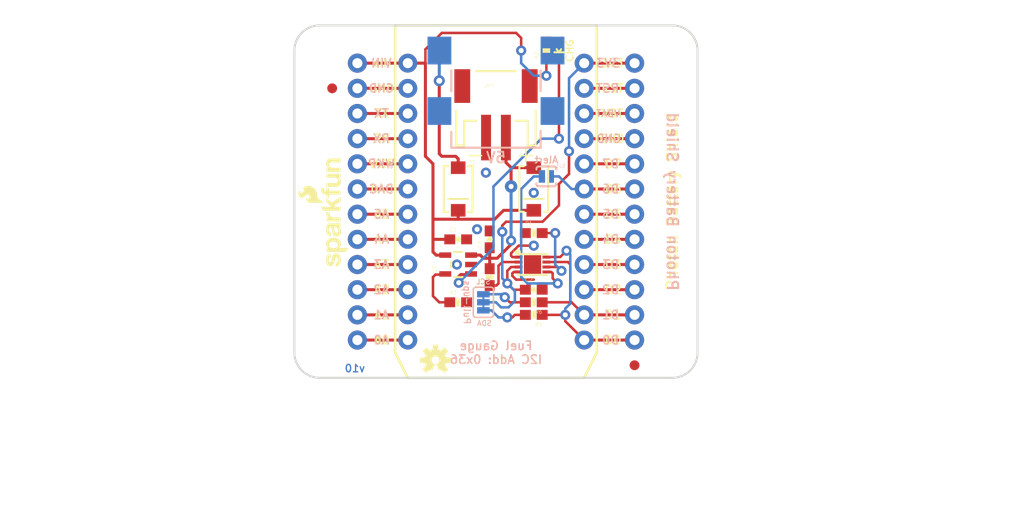
<source format=kicad_pcb>
(kicad_pcb (version 20211014) (generator pcbnew)
  (layers (0 "F.Cu" signal) (31 "B.Cu" signal) (34 "B.Paste" user) (35 "F.Paste" user) (36 "B.SilkS" user "B.Silkscreen") (37 "F.SilkS" user "F.Silkscreen") (38 "B.Mask" user) (39 "F.Mask" user) (44 "Edge.Cuts" user))
  (net 0 "")
  (net 1 "GND")
  (net 2 "VIN")
  (net 3 "N$1")
  (net 4 "N$2")
  (net 5 "N$3")
  (net 6 "VBAT")
  (net 7 "N$5")
  (net 8 "3.3V")
  (net 9 "SDA")
  (net 10 "SCL")
  (net 11 "N$6")
  (net 12 "N$4")
  (net 13 "D6")
  (net 14 "N$8")
  (net 15 "N$7")
  (net 16 "N$9")
  (footprint "boardEagle:SOT23-5" (layer "F.Cu") (at 144.6911 111.3486 90)
    (fp_text reference "U2" (at -0.889 -2.159 90) (layer "F.SilkS") (effects (font (size 0.373888 0.373888) (thickness 0.032512)) (justify left bottom)))
    (fp_text value "MCP73831")
    (pad "1" smd rect (at -0.95 1.3001 90) (size 0.55 1.2) (layers "F.Cu" "F.Paste" "F.Mask") (net 4 "N$2"))
    (pad "2" smd rect (at 0 1.3001 90) (size 0.55 1.2) (layers "F.Cu" "F.Paste" "F.Mask") (net 1 "GND"))
    (pad "3" smd rect (at 0.95 1.3001 90) (size 0.55 1.2) (layers "F.Cu" "F.Paste" "F.Mask") (net 6 "VBAT"))
    (pad "4" smd rect (at 0.95 -1.3001 90) (size 0.55 1.2) (layers "F.Cu" "F.Paste" "F.Mask") (net 2 "VIN"))
    (pad "5" smd rect (at -0.95 -1.3001 90) (size 0.55 1.2) (layers "F.Cu" "F.Paste" "F.Mask") (net 5 "N$3"))
  )
  (footprint "boardEagle:0603-RES" (layer "F.Cu") (at 152.3111 116.4286 180)
    (fp_text reference "R5" (at -0.889 -0.762 180) (layer "F.SilkS") (effects (font (size 0.373888 0.373888) (thickness 0.032512)) (justify right top)))
    (fp_text value "10K")
    (pad "1" smd rect (at -0.85 0 180) (size 1.1 1) (layers "F.Cu" "F.Paste" "F.Mask") (net 9 "SDA"))
    (pad "2" smd rect (at 0.85 0 180) (size 1.1 1) (layers "F.Cu" "F.Paste" "F.Mask") (net 15 "N$7"))
  )
  (footprint "boardEagle:0603-RES" (layer "F.Cu") (at 153.5811 89.7586 90)
    (fp_text reference "R2" (at -0.889 -0.762 90) (layer "F.SilkS") (effects (font (size 0.373888 0.373888) (thickness 0.032512)) (justify left bottom)))
    (fp_text value "330")
    (pad "1" smd rect (at -0.85 0 90) (size 1.1 1) (layers "F.Cu" "F.Paste" "F.Mask") (net 2 "VIN"))
    (pad "2" smd rect (at 0.85 0 90) (size 1.1 1) (layers "F.Cu" "F.Paste" "F.Mask") (net 3 "N$1"))
  )
  (footprint "boardEagle:0603-RES" (layer "F.Cu") (at 147.8661 112.6186 90)
    (fp_text reference "R4" (at -0.889 -0.762 90) (layer "F.SilkS") (effects (font (size 0.373888 0.373888) (thickness 0.032512)) (justify left bottom)))
    (fp_text value "1K")
    (pad "1" smd rect (at -0.85 0 90) (size 1.1 1) (layers "F.Cu" "F.Paste" "F.Mask") (net 7 "N$5"))
    (pad "2" smd rect (at 0.85 0 90) (size 1.1 1) (layers "F.Cu" "F.Paste" "F.Mask") (net 6 "VBAT"))
  )
  (footprint "boardEagle:TDFN-8" (layer "F.Cu") (at 152.1841 111.3486)
    (fp_text reference "U1" (at -2 -1) (layer "F.SilkS") (effects (font (size 0.373888 0.373888) (thickness 0.032512)) (justify left bottom)))
    (fp_text value "MAX1704X")
    (pad "1" smd rect (at -1.4 -0.75) (size 0.8 0.3) (layers "F.Cu") (net 1 "GND"))
    (pad "2" smd rect (at -1.4 -0.25) (size 0.8 0.3) (layers "F.Cu") (net 7 "N$5"))
    (pad "3" smd rect (at -1.4 0.25) (size 0.8 0.3) (layers "F.Cu") (net 8 "3.3V"))
    (pad "4" smd rect (at -1.4 0.75) (size 0.8 0.3) (layers "F.Cu") (net 1 "GND"))
    (pad "5" smd rect (at 1.4 0.75) (size 0.8 0.3) (layers "F.Cu") (net 12 "N$4"))
    (pad "6" smd rect (at 1.4 0.25) (size 0.8 0.3) (layers "F.Cu") (net 11 "N$6"))
    (pad "7" smd rect (at 1.4 -0.25) (size 0.8 0.3) (layers "F.Cu") (net 10 "SCL"))
    (pad "8" smd rect (at 1.4 -0.75) (size 0.8 0.3) (layers "F.Cu") (net 9 "SDA"))
    (pad "EP" smd rect (at 0 0) (size 1.73 1.88) (layers "F.Cu") (net 1 "GND"))
  )
  (footprint "boardEagle:JST-2-SMD" (layer "F.Cu") (at 148.5011 94.8386)
    (fp_text reference "JP2" (at -1.27 -1.27) (layer "F.SilkS") (effects (font (size 0.373888 0.373888) (thickness 0.032512)) (justify left bottom)))
    (fp_text value "")
    (fp_text user "+" (at 1.905 6.35) (layer "F.SilkS") (effects (font (size 1.63576 1.63576) (thickness 0.14224)) (justify left bottom)))
    (fp_text user "-" (at -3.175 6.35) (layer "F.SilkS") (effects (font (size 1.63576 1.63576) (thickness 0.14224)) (justify left bottom)))
    (pad "1" smd rect (at -1 3.7) (size 1 4.6) (layers "F.Cu" "F.Paste" "F.Mask") (net 1 "GND"))
    (pad "2" smd rect (at 1 3.7) (size 1 4.6) (layers "F.Cu" "F.Paste" "F.Mask") (net 6 "VBAT"))
    (pad "NC1" smd rect (at -3.4 -1.5 90) (size 3.4 1.6) (layers "F.Cu" "F.Paste" "F.Mask"))
    (pad "NC2" smd rect (at 3.4 -1.5 90) (size 3.4 1.6) (layers "F.Cu" "F.Paste" "F.Mask"))
  )
  (footprint "boardEagle:SMA-DIODE" (layer "F.Cu") (at 152.3111 103.7286 -90)
    (fp_text reference "D3" (at -2.286 -1.651 -90) (layer "F.SilkS") (effects (font (size 0.373888 0.373888) (thickness 0.032512)) (justify left bottom)))
    (fp_text value "MBRA140")
    (pad "A" smd rect (at -2.15 0 90) (size 1.27 1.47) (layers "F.Cu" "F.Paste" "F.Mask") (net 6 "VBAT"))
    (pad "C" smd rect (at 2.15 0 270) (size 1.27 1.47) (layers "F.Cu" "F.Paste" "F.Mask") (net 2 "VIN"))
  )
  (footprint "boardEagle:SPARK_PHOTON_TEMPLATE_WIDE" (layer "F.Cu") (at 138.3411 122.7786)
    (fp_text reference "JP3" hide)
    (fp_text value "SPARK_PHOTONTEMPLATE_WIDE" hide)
    (fp_text user "A4" (at -1.397 -13.97) (layer "B.SilkS") (effects (font (size 0.8636 0.8636) (thickness 0.1524)) (justify mirror)))
    (fp_text user "D6" (at 21.717 -19.05) (layer "B.SilkS") (effects (font (size 0.8636 0.8636) (thickness 0.1524)) (justify mirror)))
    (fp_text user "D5" (at 21.717 -16.51) (layer "B.SilkS") (effects (font (size 0.8636 0.8636) (thickness 0.1524)) (justify mirror)))
    (fp_text user "RST" (at 21.3995 -29.21) (layer "B.SilkS") (effects (font (size 0.8636 0.8636) (thickness 0.1524)) (justify mirror)))
    (fp_text user "VIN" (at -1.397 -31.75) (layer "B.SilkS") (effects (font (size 0.8636 0.8636) (thickness 0.1524)) (justify mirror)))
    (fp_text user "D0" (at 21.717 -3.81) (layer "B.SilkS") (effects (font (size 0.8636 0.8636) (thickness 0.1524)) (justify mirror)))
    (fp_text user "D7" (at 21.717 -21.59) (layer "B.SilkS") (effects (font (size 0.8636 0.8636) (thickness 0.1524)) (justify mirror)))
    (fp_text user "D1" (at 21.717 -6.35) (layer "B.SilkS") (effects (font (size 0.8636 0.8636) (thickness 0.1524)) (justify mirror)))
    (fp_text user "DAC" (at -1.397 -19.05) (layer "B.SilkS") (effects (font (size 0.8636 0.8636) (thickness 0.1524)) (justify mirror)))
    (fp_text user "A0" (at -1.397 -3.81) (layer "B.SilkS") (effects (font (size 0.8636 0.8636) (thickness 0.1524)) (justify mirror)))
    (fp_text user "RX" (at -1.397 -24.13) (layer "B.SilkS") (effects (font (size 0.8636 0.8636) (thickness 0.1524)) (justify mirror)))
    (fp_text user "TX" (at -1.397 -26.67) (layer "B.SilkS") (effects (font (size 0.8636 0.8636) (thickness 0.1524)) (justify mirror)))
    (fp_text user "VBAT" (at 21.463 -26.67) (layer "B.SilkS") (effects (font (size 0.69088 0.69088) (thickness 0.12192)) (justify mirror)))
    (fp_text user "GND" (at 21.5265 -24.13) (layer "B.SilkS") (effects (font (size 0.82042 0.82042) (thickness 0.14478)) (justify mirror)))
    (fp_text user "3V3" (at 21.463 -31.75) (layer "B.SilkS") (effects (font (size 0.8636 0.8636) (thickness 0.1524)) (justify mirror)))
    (fp_text user "D3" (at 21.717 -11.43) (layer "B.SilkS") (effects (font (size 0.8636 0.8636) (thickness 0.1524)) (justify mirror)))
    (fp_text user "GND" (at -1.397 -29.21) (layer "B.SilkS") (effects (font (size 0.82042 0.82042) (thickness 0.14478)) (justify mirror)))
    (fp_text user "A3" (at -1.397 -11.43) (layer "B.SilkS") (effects (font (size 0.8636 0.8636) (thickness 0.1524)) (justify mirror)))
    (fp_text user "D4" (at 21.717 -13.97) (layer "B.SilkS") (effects (font (size 0.8636 0.8636) (thickness 0.1524)) (justify mirror)))
    (fp_text user "WKP" (at -1.397 -21.59) (layer "B.SilkS") (effects (font (size 0.8636 0.8636) (thickness 0.1524)) (justify mirror)))
    (fp_text user "A2" (at -1.397 -8.89) (layer "B.SilkS") (effects (font (size 0.8636 0.8636) (thickness 0.1524)) (justify mirror)))
    (fp_text user "D2" (at 21.717 -8.89) (layer "B.SilkS") (effects (font (size 0.8636 0.8636) (thickness 0.1524)) (justify mirror)))
    (fp_text user "A5" (at -1.397 -16.51) (layer "B.SilkS") (effects (font (size 0.8636 0.8636) (thickness 0.1524)) (justify mirror)))
    (fp_text user "A1" (at -1.397 -6.35) (layer "B.SilkS") (effects (font (size 0.8636 0.8636) (thickness 0.1524)) (justify mirror)))
    (fp_text user "A3" (at -1.3335 -11.43) (layer "F.SilkS") (effects (font (size 0.8636 0.8636) (thickness 0.1524))))
    (fp_text user "D0" (at 21.971 -3.81) (layer "F.SilkS") (effects (font (size 0.8636 0.8636) (thickness 0.1524))))
    (fp_text user "RX" (at -1.3335 -24.13) (layer "F.SilkS") (effects (font (size 0.8636 0.8636) (thickness 0.1524))))
    (fp_text user "A0" (at -1.3335 -3.81) (layer "F.SilkS") (effects (font (size 0.8636 0.8636) (thickness 0.1524))))
    (fp_text user "A1" (at -1.3335 -6.35) (layer "F.SilkS") (effects (font (size 0.8636 0.8636) (thickness 0.1524))))
    (fp_text user "D7" (at 21.971 -21.59) (layer "F.SilkS") (effects (font (size 0.8636 0.8636) (thickness 0.1524))))
    (fp_text user "VBT" (at 21.9075 -26.67) (layer "F.SilkS") (effects (font (size 0.82042 0.82042) (thickness 0.14478))))
    (fp_text user "GND" (at -1.3335 -29.21) (layer "F.SilkS") (effects (font (size 0.82042 0.82042) (thickness 0.14478))))
    (fp_text user "A4" (at -1.3335 -13.97) (layer "F.SilkS") (effects (font (size 0.8636 0.8636) (thickness 0.1524))))
    (fp_text user "D5" (at 21.971 -16.51) (layer "F.SilkS") (effects (font (size 0.8636 0.8636) (thickness 0.1524))))
    (fp_text user "GND" (at 21.844 -24.13) (layer "F.SilkS") (effects (font (size 0.82042 0.82042) (thickness 0.14478))))
    (fp_text user "D2" (at 21.971 -8.89) (layer "F.SilkS") (effects (font (size 0.8636 0.8636) (thickness 0.1524))))
    (fp_text user "A2" (at -1.3335 -8.89) (layer "F.SilkS") (effects (font (size 0.8636 0.8636) (thickness 0.1524))))
    (fp_text user "DAC" (at -1.3335 -19.05) (layer "F.SilkS") (effects (font (size 0.82042 0.82042) (thickness 0.14478))))
    (fp_text user "D1" (at 21.971 -6.35) (layer "F.SilkS") (effects (font (size 0.8636 0.8636) (thickness 0.1524))))
    (fp_text user "RST" (at 21.9075 -29.21) (layer "F.SilkS") (effects (font (size 0.82042 0.82042) (thickness 0.14478))))
    (fp_text user "D3" (at 21.971 -11.43) (layer "F.SilkS") (effects (font (size 0.8636 0.8636) (thickness 0.1524))))
    (fp_text user "WKP" (at -1.3335 -21.59) (layer "F.SilkS") (effects (font (size 0.82042 0.82042) (thickness 0.14478))))
    (fp_text user "D4" (at 21.971 -13.97) (layer "F.SilkS") (effects (font (size 0.8636 0.8636) (thickness 0.1524))))
    (fp_text user "TX" (at -1.3335 -26.67) (layer "F.SilkS") (effects (font (size 0.8636 0.8636) (thickness 0.1524))))
    (fp_text user "VIN" (at -1.3335 -31.75) (layer "F.SilkS") (effects (font (size 0.82042 0.82042) (thickness 0.14478))))
    (fp_text user "3V3" (at 21.844 -31.75) (layer "F.SilkS") (effects (font (size 0.82042 0.82042) (thickness 0.14478))))
    (fp_text user "A5" (at -1.3335 -16.51) (layer "F.SilkS") (effects (font (size 0.8636 0.8636) (thickness 0.1524))))
    (fp_text user "D6" (at 21.971 -19.05) (layer "F.SilkS") (effects (font (size 0.8636 0.8636) (thickness 0.1524))))
    (fp_line (start 19.05 -19.05) (end 24.13 -19.05) (layer "F.Cu") (width 0.3048))
    (fp_line (start 19.05 -3.81) (end 24.13 -3.81) (layer "F.Cu") (width 0.3048))
    (fp_line (start 19.05 -21.59) (end 24.13 -21.59) (layer "F.Cu") (width 0.3048))
    (fp_line (start -3.81 -21.59) (end 1.27 -21.59) (layer "F.Cu") (width 0.3048))
    (fp_line (start 19.05 -13.97) (end 24.13 -13.97) (layer "F.Cu") (width 0.3048))
    (fp_line (start 19.05 -29.21) (end 24.13 -29.21) (layer "F.Cu") (width 0.3048))
    (fp_line (start 19.05 -6.35) (end 24.13 -6.35) (layer "F.Cu") (width 0.3048))
    (fp_line (start 19.05 -31.75) (end 24.13 -31.75) (layer "F.Cu") (width 0.3048))
    (fp_line (start -3.81 -3.81) (end 1.27 -3.81) (layer "F.Cu") (width 0.3048))
    (fp_line (start 19.05 -26.67) (end 24.13 -26.67) (layer "F.Cu") (width 0.3048))
    (fp_line (start -3.81 -13.97) (end 1.27 -13.97) (layer "F.Cu") (width 0.3048))
    (fp_line (start -3.81 -26.67) (end 1.27 -26.67) (layer "F.Cu") (width 0.3048))
    (fp_line (start 1.27 -29.21) (end -3.81 -29.21) (layer "F.Cu") (width 0.3048))
    (fp_line (start -3.81 -6.35) (end 1.27 -6.35) (layer "F.Cu") (width 0.3048))
    (fp_line (start 19.05 -8.89) (end 24.13 -8.89) (layer "F.Cu") (width 0.3048))
    (fp_line (start -3.81 -11.43) (end 1.27 -11.43) (layer "F.Cu") (width 0.3048))
    (fp_line (start -3.81 -31.75) (end 1.27 -31.75) (layer "F.Cu") (width 0.3048))
    (fp_line (start 19.05 -11.43) (end 24.13 -11.43) (layer "F.Cu") (width 0.3048))
    (fp_line (start -3.81 -19.05) (end 1.27 -19.05) (layer "F.Cu") (width 0.3048))
    (fp_line (start 19.05 -16.51) (end 24.13 -16.51) (layer "F.Cu") (width 0.3048))
    (fp_line (start -3.81 -8.89) (end 1.27 -8.89) (layer "F.Cu") (width 0.3048))
    (fp_line (start -3.81 -24.13) (end 1.27 -24.13) (layer "F.Cu") (width 0.3048))
    (fp_line (start -3.81 -16.51) (end 1.27 -16.51) (layer "F.Cu") (width 0.3048))
    (fp_line (start 19.05 -24.13) (end 24.13 -24.13) (layer "F.Cu") (width 0.3048))
    (pad "" np_thru_hole circle (at 27.94 -2.54) (size 3.302 3.302) (drill 3.302) (layers *.Cu *.Mask))
    (pad "" np_thru_hole circle (at -7.62 -2.54) (size 3.302 3.302) (drill 3.302) (layers *.Cu *.Mask))
    (pad "" np_thru_hole circle (at -7.62 -33.02) (size 3.302 3.302) (drill 3.302) (layers *.Cu *.Mask))
    (pad "" np_thru_hole circle (at 27.94 -33.02) (size 3.302 3.302) (drill 3.302) (layers *.Cu *.Mask))
    (pad "1" thru_hole circle (at 1.27 -31.75) (size 1.905 1.905) (drill 1.016) (layers *.Cu *.Mask) (net 2 "VIN"))
    (pad "2" thru_hole circle (at 1.27 -29.21) (size 1.905 1.905) (drill 1.016) (layers *.Cu *.Mask) (net 1 "GND"))
    (pad "3" thru_hole circle (at 1.27 -26.67) (size 1.905 1.905) (drill 1.016) (layers *.Cu *.Mask))
    (pad "3V3" thru_hole circle (at 24.13 -31.75 0.1) (size 1.9304 1.9304) (drill 1.016) (layers *.Cu *.Mask) (net 8 "3.3V"))
    (pad "4" thru_hole circle (at 1.27 -24.13) (size 1.905 1.905) (drill 1.016) (layers *.Cu *.Mask))
    (pad "5" thru_hole circle (at 1.27 -21.59) (size 1.905 1.905) (drill 1.016) (layers *.Cu *.Mask))
    (pad "6" thru_hole circle (at 1.27 -19.05) (size 1.905 1.905) (drill 1.016) (layers *.Cu *.Mask))
    (pad "7" thru_hole circle (at 1.27 -16.51) (size 1.905 1.905) (drill 1.016) (layers *.Cu *.Mask))
    (pad "8" thru_hole circle (at 1.27 -13.97) (size 1.905 1.905) (drill 1.016) (layers *.Cu *.Mask))
    (pad "9" thru_hole circle (at 1.27 -11.43) (size 1.905 1.905) (drill 1.016) (layers *.Cu *.Mask))
    (pad "10" thru_hole circle (at 1.27 -8.89) (size 1.905 1.905) (drill 1.016) (layers *.Cu *.Mask))
    (pad "11" thru_hole circle (at 1.27 -6.35) (size 1.905 1.905) (drill 1.016) (layers *.Cu *.Mask))
    (pad "12" thru_hole circle (at 1.27 -3.81) (size 1.905 1.905) (drill 1.016) (layers *.Cu *.Mask))
    (pad "13" thru_hole circle (at 19.05 -3.81) (size 1.905 1.905) (drill 1.016) (layers *.Cu *.Mask) (net 9 "SDA"))
    (pad "14" thru_hole circle (at 19.05 -6.35) (size 1.905 1.905) (drill 1.016) (layers *.Cu *.Mask) (net 10 "SCL"))
    (pad "15" thru_hole circle (at 19.05 -8.89) (size 1.905 1.905) (drill 1.016) (layers *.Cu *.Mask))
    (pad "16" thru_hole circle (at 19.05 -11.43) (size 1.905 1.905) (drill 1.016) (layers *.Cu *.Mask))
    (pad "17" thru_hole circle (at 19.05 -13.97) (size 1.905 1.905) (drill 1.016) (layers *.Cu *.Mask))
    (pad "18" thru_hole circle (at 19.05 -16.51) (size 1.905 1.905) (drill 1.016) (layers *.Cu *.Mask))
    (pad "19" thru_hole circle (at 19.05 -19.05) (size 1.905 1.905) (drill 1.016) (layers *.Cu *.Mask) (net 13 "D6"))
    (pad "20" thru_hole circle (at 19.05 -21.59) (size 1.905 1.905) (drill 1.016) (layers *.Cu *.Mask))
    (pad "21" thru_hole circle (at 19.05 -24.13) (size 1.905 1.905) (drill 1.016) (layers *.Cu *.Mask) (net 1 "GND"))
    (pad "22" thru_hole circle (at 19.05 -26.67) (size 1.905 1.905) (drill 1.016) (layers *.Cu *.Mask))
    (pad "23" thru_hole circle (at 19.05 -29.21) (size 1.905 1.905) (drill 1.016) (layers *.Cu *.Mask))
    (pad "24" thru_hole circle (at 19.05 -31.75) (size 1.905 1.905) (drill 1.016) (layers *.Cu *.Mask) (net 8 "3.3V"))
    (pad "A0" thru_hole circle (at -3.81 -3.81 0.1) (size 1.9304 1.9304) (drill 1.016) (layers *.Cu *.Mask))
    (pad "A1" thru_hole circle (at -3.81 -6.35 0.1) (size 1.9304 1.9304) (drill 1.016) (layers *.Cu *.Mask))
    (pad "A2" thru_hole circle (at -3.81 -8.89 0.1) (size 1.9304 1.9304) (drill 1.016) (layers *.Cu *.Mask))
    (pad "A3" thru_hole circle (at -3.81 -11.43 0.1) (size 1.9304 1.9304) (drill 1.016) (layers *.Cu *.Mask))
    (pad "A4" thru_hole circle (at -3.81 -13.97 0.1) (size 1.9304 1.9304) (drill 1.016) (layers *.Cu *.Mask))
    (pad "A5" thru_hole circle (at -3.81 -16.51 0.1) (size 1.9304 1.9304) (drill 1.016) (layers *.Cu *.Mask))
    (pad "D0" thru_hole circle (at 24.13 -3.81 0.1) (size 1.9304 1.9304) (drill 1.016) (layers *.Cu *.Mask) (net 9 "SDA"))
    (pad "D1" thru_hole circle (at 24.13 -6.35 0.1) (size 1.9304 1.9304) (drill 1.016) (layers *.Cu *.Mask) (net 10 "SCL"))
    (pad "D2" thru_hole circle (at 24.13 -8.89 0.1) (size 1.9304 1.9304) (drill 1.016) (layers *.Cu *.Mask))
    (pad "D3" thru_hole circle (at 24.13 -11.43 0.1) (size 1.9304 1.9304) (drill 1.016) (layers *.Cu *.Mask))
    (pad "D4" thru_hole circle (at 24.13 -13.97 0.1) (size 1.9304 1.9304) (drill 1.016) (layers *.Cu *.Mask))
    (pad "D5" thru_hole circle (at 24.13 -16.51 0.1) (size 1.9304 1.9304) (drill 1.016) (layers *.Cu *.Mask))
    (pad "D6" thru_hole circle (at 24.13 -19.05 0.1) (size 1.9304 1.9304) (drill 1.016) (layers *.Cu *.Mask) (net 13 "D6"))
    (pad "D7" thru_hole circle (at 24.13 -21.59 0.1) (size 1.9304 1.9304) (drill 1.016) (layers *.Cu *.Mask))
    (pad "DAC" thru_hole circle (at -3.81 -19.05 0.1) (size 1.9304 1.9304) (drill 1.016) (layers *.Cu *.Mask))
    (pad "GND@0" thru_hole circle (at -3.81 -29.21 0.1) (size 1.9304 1.9304) (drill 1.016) (layers *.Cu *.Mask) (net 1 "GND"))
    (pad "GND@2" thru_hole circle (at 24.13 -24.13 0.1) (size 1.9304 1.9304) (drill 1.016) (layers *.Cu *.Mask) (net 1 "GND"))
    (pad "RST" thru_hole circle (at 24.13 -29.21 0.1) (size 1.9304 1.9304) (drill 1.016) (layers *.Cu *.Mask))
    (pad "RX" thru_hole circle (at -3.81 -24.13 0.1) (size 1.9304 1.9304) (drill 1.016) (layers *.Cu *.Mask))
    (pad "TX" thru_hole circle (at -3.81 -26.67 0.1) (size 1.9304 1.9304) (drill 1.016) (layers *.Cu *.Mask))
    (pad "VBAT" thru_hole circle (at 24.13 -26.67 0.1) (size 1.9304 1.9304) (drill 1.016) (layers *.Cu *.Mask))
    (pad "VIN" thru_hole circle (at -3.81 -31.75 0.1) (size 1.9304 1.9304) (drill 1.016) (layers *.Cu *.Mask) (net 2 "VIN"))
    (pad "WKP" thru_hole circle (at -3.81 -21.59 0.1) (size 1.9304 1.9304) (drill 1.016) (layers *.Cu *.Mask))
  )
  (footprint "boardEagle:0603-RES" (layer "F.Cu") (at 144.6911 115.1586)
    (fp_text reference "R3" (at -0.889 -0.762) (layer "F.SilkS") (effects (font (size 0.373888 0.373888) (thickness 0.032512)) (justify left bottom)))
    (fp_text value "2.0k")
    (pad "1" smd rect (at -0.85 0) (size 1.1 1) (layers "F.Cu" "F.Paste" "F.Mask") (net 5 "N$3"))
    (pad "2" smd rect (at 0.85 0) (size 1.1 1) (layers "F.Cu" "F.Paste" "F.Mask") (net 1 "GND"))
  )
  (footprint "boardEagle:SMA-DIODE" (layer "F.Cu") (at 144.6911 103.7286 -90)
    (fp_text reference "D1" (at -2.286 -1.651 -90) (layer "F.SilkS") (effects (font (size 0.373888 0.373888) (thickness 0.032512)) (justify left bottom)))
    (fp_text value "MBRA140")
    (pad "A" smd rect (at -2.15 0 90) (size 1.27 1.47) (layers "F.Cu" "F.Paste" "F.Mask") (net 14 "N$8"))
    (pad "C" smd rect (at 2.15 0 270) (size 1.27 1.47) (layers "F.Cu" "F.Paste" "F.Mask") (net 2 "VIN"))
  )
  (footprint "boardEagle:CREATIVE_COMMONS" (layer "F.Cu") (at 118.824144 138.0186)
    (fp_text reference "FRAME1" hide)
    (fp_text value "" hide)
  )
  (footprint "boardEagle:0603-CAP" (layer "F.Cu") (at 147.8661 108.8086 90)
    (fp_text reference "C3" (at -0.889 -0.762 90) (layer "F.SilkS") (effects (font (size 0.373888 0.373888) (thickness 0.032512)) (justify left bottom)))
    (fp_text value "4.7uF")
    (pad "1" smd rect (at -0.85 0 90) (size 1.1 1) (layers "F.Cu" "F.Paste" "F.Mask") (net 6 "VBAT"))
    (pad "2" smd rect (at 0.85 0 90) (size 1.1 1) (layers "F.Cu" "F.Paste" "F.Mask") (net 1 "GND"))
  )
  (footprint "boardEagle:FIDUCIAL-1X2" (layer "F.Cu") (at 131.9911 93.5686)
    (fp_text reference "FID2" hide)
    (fp_text value "FIDUCIAL1X2" hide)
    (pad "1" smd roundrect (at 0 0) (size 1 1) (layers "F.Cu" "F.Mask") (roundrect_rratio 0.5))
  )
  (footprint "boardEagle:LED-0603" (layer "F.Cu") (at 154.8511 89.7586 180)
    (fp_text reference "D2" (at -0.6985 0.889 270) (layer "F.SilkS") (effects (font (size 0.373888 0.373888) (thickness 0.032512)) (justify right top)))
    (fp_text value "RED")
    (pad "A" smd roundrect (at 0 0.877 180) (size 1 1) (layers "F.Cu" "F.Paste" "F.Mask") (roundrect_rratio 0.15) (net 3 "N$1"))
    (pad "C" smd roundrect (at 0 -0.877 180) (size 1 1) (layers "F.Cu" "F.Paste" "F.Mask") (roundrect_rratio 0.15) (net 4 "N$2"))
  )
  (footprint "boardEagle:0603-CAP" (layer "F.Cu") (at 152.3111 113.8886)
    (fp_text reference "C2" (at -0.889 -0.762) (layer "F.SilkS") (effects (font (size 0.373888 0.373888) (thickness 0.032512)) (justify left bottom)))
    (fp_text value "1.0uF")
    (pad "1" smd rect (at -0.85 0) (size 1.1 1) (layers "F.Cu" "F.Paste" "F.Mask") (net 8 "3.3V"))
    (pad "2" smd rect (at 0.85 0) (size 1.1 1) (layers "F.Cu" "F.Paste" "F.Mask") (net 1 "GND"))
  )
  (footprint "boardEagle:0603-RES" (layer "F.Cu") (at 152.3111 108.1736)
    (fp_text reference "R1" (at -0.889 -0.762) (layer "F.SilkS") (effects (font (size 0.373888 0.373888) (thickness 0.032512)) (justify left bottom)))
    (fp_text value "1K")
    (pad "1" smd rect (at -0.85 0) (size 1.1 1) (layers "F.Cu" "F.Paste" "F.Mask") (net 1 "GND"))
    (pad "2" smd rect (at 0.85 0) (size 1.1 1) (layers "F.Cu" "F.Paste" "F.Mask") (net 11 "N$6"))
  )
  (footprint "boardEagle:FIDUCIAL-1X2" (layer "F.Cu") (at 162.4711 121.5086)
    (fp_text reference "FID1" hide)
    (fp_text value "FIDUCIAL1X2" hide)
    (pad "1" smd roundrect (at 0 0) (size 1 1) (layers "F.Cu" "F.Mask") (roundrect_rratio 0.5))
  )
  (footprint "boardEagle:0603-RES" (layer "F.Cu") (at 152.3111 115.1586 180)
    (fp_text reference "R6" (at -0.889 -0.762 180) (layer "F.SilkS") (effects (font (size 0.373888 0.373888) (thickness 0.032512)) (justify right top)))
    (fp_text value "10K")
    (pad "1" smd rect (at -0.85 0 180) (size 1.1 1) (layers "F.Cu" "F.Paste" "F.Mask") (net 10 "SCL"))
    (pad "2" smd rect (at 0.85 0 180) (size 1.1 1) (layers "F.Cu" "F.Paste" "F.Mask") (net 16 "N$9"))
  )
  (footprint "boardEagle:OSHW-LOGO-S" (layer "F.Cu") (at 142.4051 121.0006)
    (fp_text reference "LOGO2" hide)
    (fp_text value "OSHW-LOGOS" hide)
  )
  (footprint "boardEagle:0603-CAP" (layer "F.Cu") (at 144.6911 108.8086)
    (fp_text reference "C1" (at -0.889 -0.762) (layer "F.SilkS") (effects (font (size 0.373888 0.373888) (thickness 0.032512)) (justify left bottom)))
    (fp_text value "4.7uF")
    (pad "1" smd rect (at -0.85 0) (size 1.1 1) (layers "F.Cu" "F.Paste" "F.Mask") (net 2 "VIN"))
    (pad "2" smd rect (at 0.85 0) (size 1.1 1) (layers "F.Cu" "F.Paste" "F.Mask") (net 1 "GND"))
  )
  (footprint "boardEagle:SFE_LOGO_NAME_FLAME_.1" (layer "F.Cu") (at 133.7691 111.9836 90)
    (fp_text reference "LOGO3" hide)
    (fp_text value "SFE_LOGO_NAME_FLAME.1_INCH" hide)
  )
  (footprint "boardEagle:POWER_JACK_SMD" (layer "B.Cu") (at 148.5011 89.7586 -90)
    (fp_text reference "JP1" hide)
    (fp_text value "5.5x2.1mm Barrel" hide)
    (pad "" np_thru_hole circle (at 0 0 270) (size 2.032 2.032) (drill 2.032) (layers *.Cu *.Mask))
    (pad "" np_thru_hole circle (at 4.572 0 270) (size 2.032 2.032) (drill 2.032) (layers *.Cu *.Mask))
    (pad "GND" smd rect (at 0 -5.7 270) (size 2.8 2.4) (layers "B.Cu" "B.Paste" "B.Mask") (net 1 "GND"))
    (pad "P$4" smd rect (at 6.1 -5.7 270) (size 2.8 2.4) (layers "B.Cu" "B.Paste" "B.Mask") (net 1 "GND"))
    (pad "VIN0" smd rect (at 0 5.7 270) (size 2.8 2.4) (layers "B.Cu" "B.Paste" "B.Mask") (net 14 "N$8"))
    (pad "VIN1" smd rect (at 6.1 5.7 270) (size 2.8 2.4) (layers "B.Cu" "B.Paste" "B.Mask"))
  )
  (footprint "boardEagle:PAD-JUMPER-2-NO_YES_SILK" (layer "B.Cu") (at 153.5811 102.4586 180)
    (fp_text reference "SJ1" (at -0.908 1.27) (layer "B.SilkS") (effects (font (size 0.373888 0.373888) (thickness 0.032512)) (justify right top mirror)))
    (fp_text value "alert")
    (pad "1" smd rect (at -0.45 0 180) (size 0.635 1.27) (layers "B.Cu" "B.Mask") (net 13 "D6"))
    (pad "2" smd rect (at 0.45 0 180) (size 0.635 1.27) (layers "B.Cu" "B.Mask") (net 12 "N$4"))
  )
  (footprint "boardEagle:PAD-JUMPER-3-3OF3_NC_BY_TRACE_YES_SILK_FULL_BOX" (layer "B.Cu") (at 147.2311 115.1586 -90)
    (fp_text reference "SJ2" (at -1.27 1.27 90) (layer "B.SilkS") (effects (font (size 0.373888 0.373888) (thickness 0.032512)) (justify left bottom mirror)))
    (fp_text value "")
    (fp_line (start 0.254 0) (end 1.016 0) (layer "B.Cu") (width 0.2032))
    (fp_line (start -1.016 0) (end -0.254 0) (layer "B.Cu") (width 0.2032))
    (pad "1" smd rect (at -0.8128 0 270) (size 0.635 1.27) (layers "B.Cu" "B.Mask") (net 16 "N$9"))
    (pad "2" smd rect (at 0 0 270) (size 0.635 1.27) (layers "B.Cu" "B.Mask") (net 8 "3.3V"))
    (pad "3" smd rect (at 0.8128 0 270) (size 0.635 1.27) (layers "B.Cu" "B.Mask") (net 15 "N$7"))
  )
  (footprint "boardEagle:PAD.03X.05" (layer "B.Cu") (at 150.0251 103.4746 180)
    (fp_text reference "TP1" hide)
    (fp_text value "TEST-POINT3X5" hide)
    (pad "P$1" smd roundrect (at 0 0 180) (size 1.27 1.27) (layers "B.Cu" "B.Mask") (roundrect_rratio 0.5) (net 6 "VBAT"))
  )
  (gr_arc (start 128.1811 89.7586) (mid 128.925049 87.962549) (end 130.7211 87.2186) (layer "Edge.Cuts") (width 0.2032))
  (gr_line (start 130.7211 87.2186) (end 166.2811 87.2186) (layer "Edge.Cuts") (width 0.2032))
  (gr_arc (start 168.8211 120.2386) (mid 168.077151 122.034651) (end 166.2811 122.7786) (layer "Edge.Cuts") (width 0.2032))
  (gr_arc (start 166.2811 87.2186) (mid 168.077151 87.962549) (end 168.8211 89.7586) (layer "Edge.Cuts") (width 0.2032))
  (gr_line (start 166.2811 122.7786) (end 130.7211 122.7786) (layer "Edge.Cuts") (width 0.2032))
  (gr_line (start 128.1811 120.2386) (end 128.1811 89.7586) (layer "Edge.Cuts") (width 0.2032))
  (gr_arc (start 130.7211 122.7786) (mid 128.925049 122.034651) (end 128.1811 120.2386) (layer "Edge.Cuts") (width 0.2032))
  (gr_line (start 139.6111 122.7886) (end 157.3911 122.7786) (layer "Edge.Cuts") (width 0.2032))
  (gr_line (start 168.8211 120.2386) (end 168.8211 89.7586) (layer "Edge.Cuts") (width 0.2032))
  (gr_text "v10" (at 134.2771 122.2706) (layer "B.Cu") (effects (font (size 0.75565 0.75565) (thickness 0.13335)) (justify bottom mirror)))
  (gr_text "Fuel Gauge\nI2C Add: 0x36" (at 148.5011 120.2386) (layer "B.SilkS") (effects (font (size 0.8636 0.8636) (thickness 0.1524)) (justify mirror)))
  (gr_text "Alert" (at 153.5811 101.1886) (layer "B.SilkS") (effects (font (size 0.69088 0.69088) (thickness 0.12192)) (justify bottom mirror)))
  (gr_text "SDA" (at 148.1201 117.5716) (layer "B.SilkS") (effects (font (size 0.51816 0.51816) (thickness 0.09144)) (justify left bottom mirror)))
  (gr_text "5V" (at 148.5011 101.1886) (layer "B.SilkS") (effects (font (size 1.0795 1.0795) (thickness 0.1905)) (justify bottom mirror)))
  (gr_text "Pull-ups" (at 145.9611 115.1586 -90) (layer "B.SilkS") (effects (font (size 0.6477 0.6477) (thickness 0.1143)) (justify top mirror)))
  (gr_text "Photon Battery Shield" (at 166.2811 104.9986 -90) (layer "B.SilkS") (effects (font (size 1.0795 1.0795) (thickness 0.1905)) (justify mirror)))
  (gr_text "SCL" (at 147.9931 113.3806) (layer "B.SilkS") (effects (font (size 0.51816 0.51816) (thickness 0.09144)) (justify left bottom mirror)))
  (gr_text "Photon Battery Shield" (at 166.2811 104.9986 90) (layer "F.SilkS") (effects (font (size 1.0795 1.0795) (thickness 0.1905))))
  (gr_text "CHG" (at 155.4861 89.7586 90) (layer "F.SilkS") (effects (font (size 0.75565 0.75565) (thickness 0.13335)) (justify top)))
  (segment (start 150.0251 110.2056) (end 150.7871 109.4436) (width 0.254) (layer "F.Cu") (net 1))
  (segment (start 150.2911 112.0986) (end 150.1521 112.2376) (width 0.254) (layer "F.Cu") (net 1))
  (segment (start 150.7841 110.5986) (end 150.1641 110.5986) (width 0.254) (layer "F.Cu") (net 1))
  (segment (start 150.7841 112.0986) (end 150.2911 112.0986) (width 0.254) (layer "F.Cu") (net 1))
  (segment (start 150.5331 112.8726) (end 152.3111 112.8726) (width 0.254) (layer "F.Cu") (net 1))
  (segment (start 150.0251 110.4596) (end 150.0251 110.2056) (width 0.254) (layer "F.Cu") (net 1))
  (segment (start 150.1641 110.5986) (end 150.0251 110.4596) (width 0.254) (layer "F.Cu") (net 1))
  (segment (start 150.1521 112.2376) (end 150.1521 112.4916) (width 0.254) (layer "F.Cu") (net 1))
  (segment (start 150.1521 112.4916) (end 150.5331 112.8726) (width 0.254) (layer "F.Cu") (net 1))
  (segment (start 150.7871 109.4436) (end 152.3111 109.4436) (width 0.254) (layer "F.Cu") (net 1))
  (via (at 144.5641 111.3486) (size 1.016) (drill 0.508) (layers "F.Cu" "B.Cu") (net 1))
  (via (at 147.4851 102.0776) (size 1.016) (drill 0.508) (layers "F.Cu" "B.Cu") (net 1))
  (via (at 146.5961 107.7926) (size 1.016) (drill 0.508) (layers "F.Cu" "B.Cu") (net 1))
  (via (at 152.3111 109.4436) (size 1.016) (drill 0.508) (layers "F.Cu" "B.Cu") (net 1))
  (via (at 152.3111 104.1096) (size 1.016) (drill 0.508) (layers "F.Cu" "B.Cu") (net 1))
  (segment (start 143.8411 108.8086) (end 142.1511 108.8086) (width 0.3048) (layer "F.Cu") (net 2))
  (segment (start 142.1511 106.7766) (end 142.1511 108.8086) (width 0.3048) (layer "F.Cu") (net 2))
  (segment (start 143.391 110.3986) (end 142.4711 110.3986) (width 0.3048) (layer "F.Cu") (net 2))
  (segment (start 141.3891 89.6316) (end 141.3891 91.0286) (width 0.254) (layer "F.Cu") (net 2))
  (segment (start 153.5811 90.6086) (end 153.5811 92.2986) (width 0.254) (layer "F.Cu") (net 2))
  (segment (start 144.6911 106.7766) (end 148.3741 106.7766) (width 0.3048) (layer "F.Cu") (net 2))
  (segment (start 141.3891 91.0286) (end 141.3891 100.4266) (width 0.3048) (layer "F.Cu") (net 2))
  (segment (start 139.6111 91.0286) (end 141.3891 91.0286) (width 0.3048) (layer "F.Cu") (net 2))
  (segment (start 150.5331 87.9806) (end 151.0411 88.4886) (width 0.254) (layer "F.Cu") (net 2))
  (segment (start 152.3111 105.8786) (end 149.2721 105.8786) (width 0.3048) (layer "F.Cu") (net 2))
  (segment (start 142.1511 101.1886) (end 142.1511 106.7766) (width 0.3048) (layer "F.Cu") (net 2))
  (segment (start 141.3891 100.4266) (end 142.1511 101.1886) (width 0.3048) (layer "F.Cu") (net 2))
  (segment (start 142.1511 108.8086) (end 142.1511 110.0786) (width 0.3048) (layer "F.Cu") (net 2))
  (segment (start 144.6911 106.7766) (end 142.1511 106.7766) (width 0.3048) (layer "F.Cu") (net 2))
  (segment (start 148.3741 106.7766) (end 149.2721 105.8786) (width 0.3048) (layer "F.Cu") (net 2))
  (segment (start 143.0401 87.9806) (end 141.3891 89.6316) (width 0.254) (layer "F.Cu") (net 2))
  (segment (start 142.4711 110.3986) (end 142.1511 110.0786) (width 0.3048) (layer "F.Cu") (net 2))
  (segment (start 144.6911 105.8786) (end 144.6911 106.7766) (width 0.3048) (layer "F.Cu") (net 2))
  (segment (start 151.0411 89.7586) (end 151.0411 88.4886) (width 0.254) (layer "F.Cu") (net 2))
  (segment (start 143.0401 87.9806) (end 150.5331 87.9806) (width 0.254) (layer "F.Cu") (net 2))
  (via (at 151.0411 89.7586) (size 1.016) (drill 0.508) (layers "F.Cu" "B.Cu") (net 2))
  (via (at 153.5811 92.2986) (size 1.016) (drill 0.508) (layers "F.Cu" "B.Cu") (net 2))
  (segment (start 152.3111 92.2986) (end 151.0411 91.0286) (width 0.254) (layer "B.Cu") (net 2))
  (segment (start 153.5811 92.2986) (end 152.3111 92.2986) (width 0.254) (layer "B.Cu") (net 2))
  (segment (start 151.0411 91.0286) (end 151.0411 89.7586) (width 0.254) (layer "B.Cu") (net 2))
  (segment (start 153.5811 88.9086) (end 154.8241 88.9086) (width 0.254) (layer "F.Cu") (net 3))
  (segment (start 154.8241 88.9086) (end 154.8511 88.8816) (width 0.254) (layer "F.Cu") (net 3))
  (segment (start 145.9912 112.2986) (end 145.6411 112.2986) (width 0.254) (layer "F.Cu") (net 4))
  (segment (start 144.7521 112.5576) (end 144.9451 112.3646) (width 0.3048) (layer "F.Cu") (net 4))
  (segment (start 144.7521 113.1876) (end 144.7521 112.5576) (width 0.3048) (layer "F.Cu") (net 4))
  (segment (start 154.8511 98.6486) (end 154.8511 90.6356) (width 0.254) (layer "F.Cu") (net 4))
  (segment (start 145.9252 112.3646) (end 145.9912 112.2986) (width 0.3048) (layer "F.Cu") (net 4))
  (segment (start 144.9451 112.3646) (end 145.9252 112.3646) (width 0.3048) (layer "F.Cu") (net 4))
  (via (at 144.7521 113.1876) (size 1.016) (drill 0.508) (layers "F.Cu" "B.Cu") (net 4))
  (via (at 154.8511 98.6486) (size 1.016) (drill 0.508) (layers "F.Cu" "B.Cu") (net 4))
  (segment (start 144.7521 113.1876) (end 148.2471 109.6926) (width 0.254) (layer "B.Cu") (net 4))
  (segment (start 148.2471 103.4746) (end 153.0731 98.6486) (width 0.254) (layer "B.Cu") (net 4))
  (segment (start 153.0731 98.6486) (end 154.8511 98.6486) (width 0.254) (layer "B.Cu") (net 4))
  (segment (start 148.2471 109.6926) (end 148.2471 103.4746) (width 0.254) (layer "B.Cu") (net 4))
  (segment (start 142.1511 112.6186) (end 142.4051 112.3646) (width 0.254) (layer "F.Cu") (net 5))
  (segment (start 143.325 112.3646) (end 143.391 112.2986) (width 0.254) (layer "F.Cu") (net 5))
  (segment (start 142.1511 114.5236) (end 142.1511 112.6186) (width 0.254) (layer "F.Cu") (net 5))
  (segment (start 142.4051 112.3646) (end 143.325 112.3646) (width 0.254) (layer "F.Cu") (net 5))
  (segment (start 143.8411 115.1586) (end 142.7861 115.1586) (width 0.254) (layer "F.Cu") (net 5))
  (segment (start 142.7861 115.1586) (end 142.1511 114.5236) (width 0.254) (layer "F.Cu") (net 5))
  (segment (start 150.0341 101.5786) (end 149.5171 101.0616) (width 0.3048) (layer "F.Cu") (net 6))
  (segment (start 146.9161 110.3986) (end 147.2311 110.7136) (width 0.3048) (layer "F.Cu") (net 6))
  (segment (start 150.0251 109.3166) (end 150.0251 108.9356) (width 0.3048) (layer "F.Cu") (net 6))
  (segment (start 152.3111 101.5786) (end 150.0341 101.5786) (width 0.3048) (layer "F.Cu") (net 6))
  (segment (start 148.6281 110.7136) (end 150.0251 109.3166) (width 0.3048) (layer "F.Cu") (net 6))
  (segment (start 147.8661 111.7686) (end 147.8661 110.7136) (width 0.3048) (layer "F.Cu") (net 6))
  (segment (start 150.0251 103.4746) (end 150.0251 101.5876) (width 0.3048) (layer "F.Cu") (net 6))
  (segment (start 147.2311 110.7136) (end 147.8661 110.7136) (width 0.3048) (layer "F.Cu") (net 6))
  (segment (start 149.5171 98.5546) (end 149.5011 98.5386) (width 0.254) (layer "F.Cu") (net 6))
  (segment (start 147.8661 109.6586) (end 147.8661 110.7136) (width 0.3048) (layer "F.Cu") (net 6))
  (segment (start 145.9912 110.3986) (end 146.9161 110.3986) (width 0.3048) (layer "F.Cu") (net 6))
  (segment (start 149.5171 101.0616) (end 149.5171 98.5546) (width 0.3048) (layer "F.Cu") (net 6))
  (segment (start 147.8661 110.7136) (end 148.6281 110.7136) (width 0.3048) (layer "F.Cu") (net 6))
  (segment (start 150.0251 101.5876) (end 150.0341 101.5786) (width 0.254) (layer "F.Cu") (net 6))
  (via (at 150.0251 108.9356) (size 1.016) (drill 0.508) (layers "F.Cu" "B.Cu") (net 6))
  (via (at 150.0251 103.4746) (size 1.016) (drill 0.508) (layers "F.Cu" "B.Cu") (net 6))
  (segment (start 150.0251 108.9356) (end 150.0251 103.4746) (width 0.3048) (layer "B.Cu") (net 6))
  (segment (start 148.7551 113.2536) (end 148.7551 111.4756) (width 0.254) (layer "F.Cu") (net 7))
  (segment (start 148.5401 113.4686) (end 148.7551 113.2536) (width 0.254) (layer "F.Cu") (net 7))
  (segment (start 149.1321 111.0986) (end 148.7551 111.4756) (width 0.254) (layer "F.Cu") (net 7))
  (segment (start 150.7841 111.0986) (end 149.1321 111.0986) (width 0.254) (layer "F.Cu") (net 7))
  (segment (start 147.8661 113.4686) (end 148.5401 113.4686) (width 0.254) (layer "F.Cu") (net 7))
  (segment (start 150.0291 111.5986) (end 149.6441 111.9836) (width 0.254) (layer "F.Cu") (net 8))
  (segment (start 154.8511 105.3796) (end 153.2001 107.0306) (width 0.254) (layer "F.Cu") (net 8))
  (segment (start 155.8671 102.2046) (end 154.8511 103.2206) (width 0.254) (layer "F.Cu") (net 8))
  (segment (start 153.2001 107.0306) (end 149.5171 107.0306) (width 0.254) (layer "F.Cu") (net 8))
  (segment (start 150.2791 113.8886) (end 149.6441 113.2536) (width 0.254) (layer "F.Cu") (net 8))
  (segment (start 149.5171 107.0306) (end 149.1361 107.4116) (width 0.254) (layer "F.Cu") (net 8))
  (segment (start 151.4611 113.8886) (end 150.2791 113.8886) (width 0.254) (layer "F.Cu") (net 8))
  (segment (start 155.8671 99.9186) (end 155.8671 102.2046) (width 0.254) (layer "F.Cu") (net 8))
  (segment (start 149.6441 111.9836) (end 149.6441 113.2536) (width 0.254) (layer "F.Cu") (net 8))
  (segment (start 150.7841 111.5986) (end 150.0291 111.5986) (width 0.254) (layer "F.Cu") (net 8))
  (segment (start 149.1361 107.4116) (end 149.1361 108.0466) (width 0.254) (layer "F.Cu") (net 8))
  (segment (start 154.8511 103.2206) (end 154.8511 105.3796) (width 0.254) (layer "F.Cu") (net 8))
  (via (at 149.1361 108.0466) (size 1.016) (drill 0.508) (layers "F.Cu" "B.Cu") (net 8))
  (via (at 155.8671 99.9186) (size 1.016) (drill 0.508) (layers "F.Cu" "B.Cu") (net 8))
  (via (at 149.6441 113.2536) (size 1.016) (drill 0.508) (layers "F.Cu" "B.Cu") (net 8))
  (segment (start 149.7711 115.6666) (end 150.4061 115.0316) (width 0.254) (layer "B.Cu") (net 8))
  (segment (start 149.0091 115.6666) (end 149.7711 115.6666) (width 0.254) (layer "B.Cu") (net 8))
  (segment (start 150.4061 114.0156) (end 149.6441 113.2536) (width 0.254) (layer "B.Cu") (net 8))
  (segment (start 155.8671 99.9186) (end 155.8671 92.5526) (width 0.254) (layer "B.Cu") (net 8))
  (segment (start 148.5011 115.1586) (end 149.0091 115.6666) (width 0.254) (layer "B.Cu") (net 8))
  (segment (start 150.4061 115.0316) (end 150.4061 114.0156) (width 0.254) (layer "B.Cu") (net 8))
  (segment (start 155.8671 92.5526) (end 157.3911 91.0286) (width 0.254) (layer "B.Cu") (net 8))
  (segment (start 147.2311 115.1586) (end 148.5011 115.1586) (width 0.254) (layer "B.Cu") (net 8))
  (segment (start 149.1361 112.7456) (end 149.6441 113.2536) (width 0.254) (layer "B.Cu") (net 8))
  (segment (start 149.1361 108.0466) (end 149.1361 112.7456) (width 0.254) (layer "B.Cu") (net 8))
  (segment (start 157.3911 118.9686) (end 155.4861 117.0636) (width 0.254) (layer "F.Cu") (net 9))
  (segment (start 155.4861 117.0636) (end 155.4861 116.4286) (width 0.254) (layer "F.Cu") (net 9))
  (segment (start 153.5961 110.5866) (end 153.5841 110.5986) (width 0.254) (layer "F.Cu") (net 9))
  (segment (start 153.5811 116.4286) (end 153.1611 116.4286) (width 0.254) (layer "F.Cu") (net 9))
  (segment (start 154.9781 110.5866) (end 155.6131 109.9516) (width 0.254) (layer "F.Cu") (net 9))
  (segment (start 153.5961 110.5866) (end 154.9781 110.5866) (width 0.254) (layer "F.Cu") (net 9))
  (segment (start 155.4861 116.4286) (end 153.1611 116.4286) (width 0.254) (layer "F.Cu") (net 9))
  (via (at 155.4861 116.4286) (size 1.016) (drill 0.508) (layers "F.Cu" "B.Cu") (net 9))
  (via (at 155.6131 109.9516) (size 1.016) (drill 0.508) (layers "F.Cu" "B.Cu") (net 9))
  (segment (start 155.4861 116.4286) (end 155.4861 115.7936) (width 0.254) (layer "B.Cu") (net 9))
  (segment (start 155.4861 115.7936) (end 155.9941 115.2856) (width 0.254) (layer "B.Cu") (net 9))
  (segment (start 155.9941 115.2856) (end 155.9941 110.3326) (width 0.254) (layer "B.Cu") (net 9))
  (segment (start 155.9941 110.3326) (end 155.6131 109.9516) (width 0.254) (layer "B.Cu") (net 9))
  (segment (start 156.1211 115.1586) (end 157.3911 116.4286) (width 0.254) (layer "F.Cu") (net 10))
  (segment (start 153.5881 111.0946) (end 153.5841 111.0986) (width 0.254) (layer "F.Cu") (net 10))
  (segment (start 155.9941 111.3486) (end 155.7401 111.0946) (width 0.254) (layer "F.Cu") (net 10))
  (segment (start 153.1611 115.1586) (end 156.1211 115.1586) (width 0.254) (layer "F.Cu") (net 10))
  (segment (start 155.9941 115.0316) (end 155.9941 111.3486) (width 0.254) (layer "F.Cu") (net 10))
  (segment (start 155.9941 115.0316) (end 156.1211 115.1586) (width 0.254) (layer "F.Cu") (net 10))
  (segment (start 155.7401 111.0946) (end 153.5881 111.0946) (width 0.254) (layer "F.Cu") (net 10))
  (segment (start 154.7201 111.5986) (end 155.1051 111.9836) (width 0.254) (layer "F.Cu") (net 11))
  (segment (start 153.1611 108.1736) (end 154.4701 108.1736) (width 0.254) (layer "F.Cu") (net 11))
  (segment (start 153.5841 111.5986) (end 154.7201 111.5986) (width 0.254) (layer "F.Cu") (net 11))
  (via (at 154.4701 108.1736) (size 1.016) (drill 0.508) (layers "F.Cu" "B.Cu") (net 11))
  (via (at 155.1051 111.9836) (size 1.016) (drill 0.508) (layers "F.Cu" "B.Cu") (net 11))
  (segment (start 155.1051 111.9836) (end 154.4701 111.3486) (width 0.254) (layer "B.Cu") (net 11))
  (segment (start 154.4701 111.3486) (end 154.4701 108.1736) (width 0.254) (layer "B.Cu") (net 11))
  (segment (start 153.5841 112.0986) (end 154.0771 112.0986) (width 0.254) (layer "F.Cu") (net 12))
  (segment (start 154.0771 112.0986) (end 154.2161 112.2376) (width 0.254) (layer "F.Cu") (net 12))
  (segment (start 154.2161 112.7456) (end 154.7241 113.2536) (width 0.254) (layer "F.Cu") (net 12))
  (segment (start 154.2161 112.2376) (end 154.2161 112.7456) (width 0.254) (layer "F.Cu") (net 12))
  (via (at 154.7241 113.2536) (size 1.016) (drill 0.508) (layers "F.Cu" "B.Cu") (net 12))
  (segment (start 151.0411 103.7286) (end 152.3111 102.4586) (width 0.254) (layer "B.Cu") (net 12))
  (segment (start 154.7241 113.2536) (end 151.6761 113.2536) (width 0.254) (layer "B.Cu") (net 12))
  (segment (start 151.6761 113.2536) (end 151.0411 112.6186) (width 0.254) (layer "B.Cu") (net 12))
  (segment (start 151.0411 112.6186) (end 151.0411 103.7286) (width 0.254) (layer "B.Cu") (net 12))
  (segment (start 152.3111 102.4586) (end 153.1311 102.4586) (width 0.254) (layer "B.Cu") (net 12))
  (segment (start 154.8511 102.4586) (end 154.0311 102.4586) (width 0.254) (layer "B.Cu") (net 13))
  (segment (start 156.1211 103.7286) (end 157.3911 103.7286) (width 0.254) (layer "B.Cu") (net 13))
  (segment (start 154.8511 102.4586) (end 156.1211 103.7286) (width 0.254) (layer "B.Cu") (net 13))
  (segment (start 144.4371 100.4266) (end 144.6911 100.6806) (width 0.3048) (layer "F.Cu") (net 14))
  (segment (start 142.7861 100.1726) (end 142.7861 92.8066) (width 0.3048) (layer "F.Cu") (net 14))
  (segment (start 144.6911 100.6806) (end 144.6911 101.5786) (width 0.3048) (layer "F.Cu") (net 14))
  (segment (start 142.7861 100.1726) (end 143.0401 100.4266) (width 0.3048) (layer "F.Cu") (net 14))
  (segment (start 144.6911 101.5786) (end 144.4461 101.5786) (width 0.3048) (layer "F.Cu") (net 14))
  (segment (start 143.0401 100.4266) (end 144.4371 100.4266) (width 0.3048) (layer "F.Cu") (net 14))
  (via (at 142.7861 92.8066) (size 1.108) (drill 0.6) (layers "F.Cu" "B.Cu") (net 14))
  (segment (start 142.7861 89.7736) (end 142.8011 89.7586) (width 0.254) (layer "B.Cu") (net 14))
  (segment (start 142.7861 92.8066) (end 142.7861 89.7736) (width 0.3048) (layer "B.Cu") (net 14))
  (segment (start 149.6441 116.6826) (end 150.1521 116.6826) (width 0.254) (layer "F.Cu") (net 15))
  (segment (start 150.4061 116.4286) (end 151.4611 116.4286) (width 0.254) (layer "F.Cu") (net 15))
  (segment (start 150.1521 116.6826) (end 150.4061 116.4286) (width 0.254) (layer "F.Cu") (net 15))
  (via (at 149.6441 116.6826) (size 1.016) (drill 0.508) (layers "F.Cu" "B.Cu") (net 15))
  (segment (start 147.2311 115.9714) (end 148.0439 115.9714) (width 0.254) (layer "B.Cu") (net 15))
  (segment (start 148.0439 115.9714) (end 148.7551 116.6826) (width 0.254) (layer "B.Cu") (net 15))
  (segment (start 148.7551 116.6826) (end 149.6441 116.6826) (width 0.254) (layer "B.Cu") (net 15))
  (segment (start 149.8981 115.1586) (end 151.4611 115.1586) (width 0.254) (layer "F.Cu") (net 16))
  (segment (start 149.3901 114.6506) (end 149.8981 115.1586) (width 0.254) (layer "F.Cu") (net 16))
  (via (at 149.3901 114.6506) (size 1.016) (drill 0.508) (layers "F.Cu" "B.Cu") (net 16))
  (segment (start 147.2311 114.3458) (end 149.0853 114.3458) (width 0.254) (layer "B.Cu") (net 16))
  (segment (start 149.0853 114.3458) (end 149.3901 114.6506) (width 0.254) (layer "B.Cu") (net 16))
)
</source>
